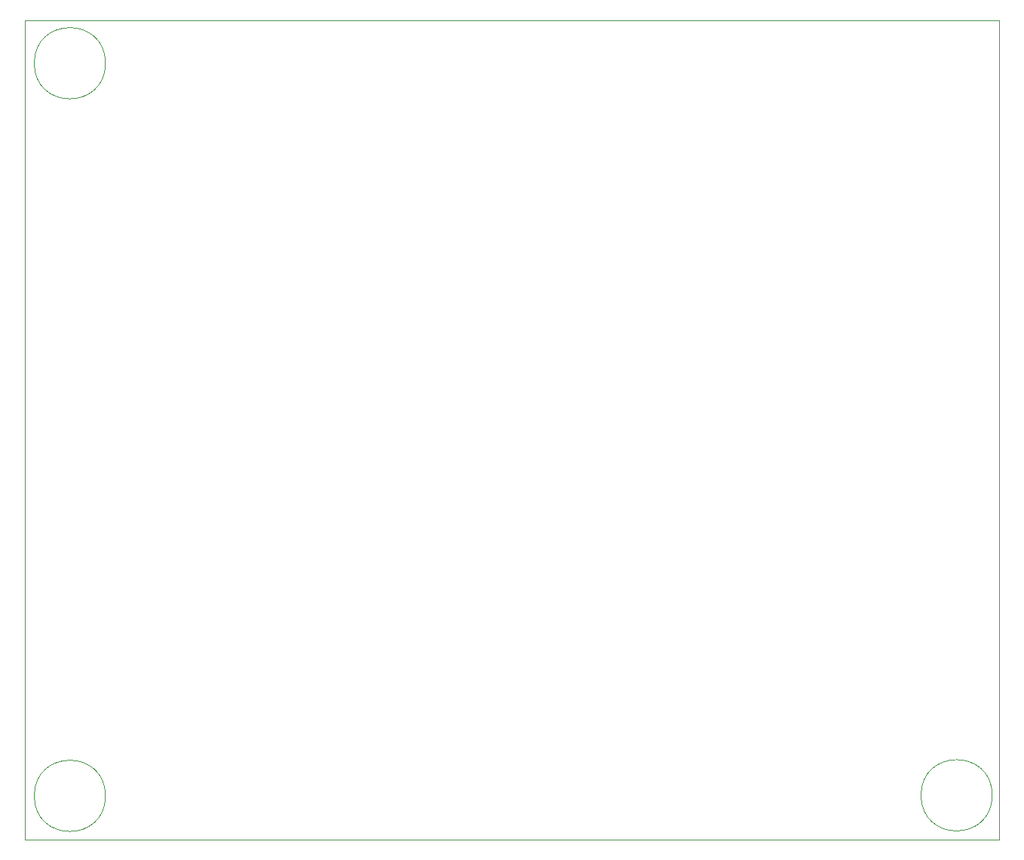
<source format=gbr>
%TF.GenerationSoftware,KiCad,Pcbnew,8.0.0*%
%TF.CreationDate,2024-04-03T12:08:00-04:00*%
%TF.ProjectId,macropad,6d616372-6f70-4616-942e-6b696361645f,rev?*%
%TF.SameCoordinates,Original*%
%TF.FileFunction,Profile,NP*%
%FSLAX46Y46*%
G04 Gerber Fmt 4.6, Leading zero omitted, Abs format (unit mm)*
G04 Created by KiCad (PCBNEW 8.0.0) date 2024-04-03 12:08:00*
%MOMM*%
%LPD*%
G01*
G04 APERTURE LIST*
%TA.AperFunction,Profile*%
%ADD10C,0.050000*%
%TD*%
G04 APERTURE END LIST*
D10*
X128620000Y-127622000D02*
G75*
G02*
X120620000Y-127622000I-4000000J0D01*
G01*
X120620000Y-127622000D02*
G75*
G02*
X128620000Y-127622000I4000000J0D01*
G01*
X119540000Y-40500000D02*
X229000000Y-40500000D01*
X229000000Y-132500000D01*
X119540000Y-132500000D01*
X119540000Y-40500000D01*
X228188000Y-127558000D02*
G75*
G02*
X220188000Y-127558000I-4000000J0D01*
G01*
X220188000Y-127558000D02*
G75*
G02*
X228188000Y-127558000I4000000J0D01*
G01*
X128620000Y-45326000D02*
G75*
G02*
X120620000Y-45326000I-4000000J0D01*
G01*
X120620000Y-45326000D02*
G75*
G02*
X128620000Y-45326000I4000000J0D01*
G01*
M02*

</source>
